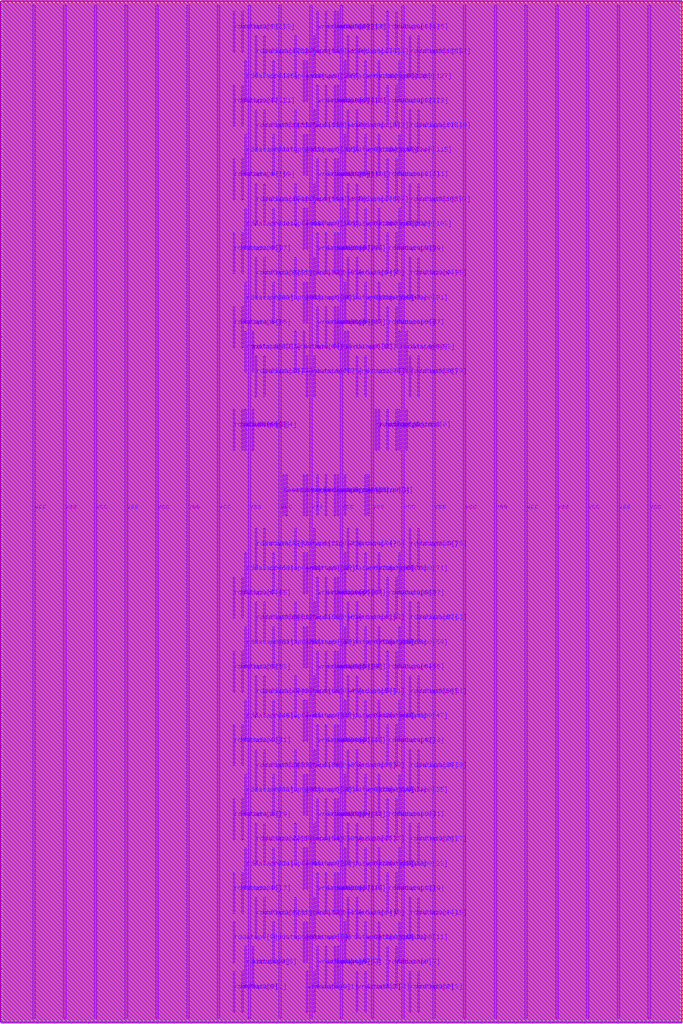
<source format=lef>
VERSION 5.8 ;
BUSBITCHARS "[]" ;
DIVIDERCHAR "/" ;

UNITS
  DATABASE MICRONS 4000 ;
END UNITS

MANUFACTURINGGRID 0.0005 ;

MACRO arf132b032e1r1w0cbbehbaa4acw
  CLASS BLOCK ;
  ORIGIN 0 0 ;
  FOREIGN arf132b032e1r1w0cbbehbaa4acw 0 0 ;
  SIZE 19.8 BY 29.76 ;
  PIN ckrdp0
    DIRECTION INPUT ;
    USE SIGNAL ;
    PORT
      LAYER m7 ;
        RECT 10.884 16.68 10.928 17.88 ;
    END
  END ckrdp0
  PIN ckwrp0
    DIRECTION INPUT ;
    USE SIGNAL ;
    PORT
      LAYER m7 ;
        RECT 8.184 14.76 8.228 15.96 ;
    END
  END ckwrp0
  PIN rdaddrp0[0]
    DIRECTION INPUT ;
    USE SIGNAL ;
    PORT
      LAYER m7 ;
        RECT 11.784 16.68 11.828 17.88 ;
    END
  END rdaddrp0[0]
  PIN rdaddrp0[1]
    DIRECTION INPUT ;
    USE SIGNAL ;
    PORT
      LAYER m7 ;
        RECT 6.728 16.68 6.772 17.88 ;
    END
  END rdaddrp0[1]
  PIN rdaddrp0[2]
    DIRECTION INPUT ;
    USE SIGNAL ;
    PORT
      LAYER m7 ;
        RECT 6.984 16.68 7.028 17.88 ;
    END
  END rdaddrp0[2]
  PIN rdaddrp0[3]
    DIRECTION INPUT ;
    USE SIGNAL ;
    PORT
      LAYER m7 ;
        RECT 7.072 16.68 7.116 17.88 ;
    END
  END rdaddrp0[3]
  PIN rdaddrp0[4]
    DIRECTION INPUT ;
    USE SIGNAL ;
    PORT
      LAYER m7 ;
        RECT 7.284 16.68 7.328 17.88 ;
    END
  END rdaddrp0[4]
  PIN rdaddrp0_fd
    DIRECTION INPUT ;
    USE SIGNAL ;
    PORT
      LAYER m7 ;
        RECT 10.972 16.68 11.016 17.88 ;
    END
  END rdaddrp0_fd
  PIN rdaddrp0_rd
    DIRECTION INPUT ;
    USE SIGNAL ;
    PORT
      LAYER m7 ;
        RECT 11.228 16.68 11.272 17.88 ;
    END
  END rdaddrp0_rd
  PIN rddatap0[0]
    DIRECTION OUTPUT ;
    USE SIGNAL ;
    PORT
      LAYER m7 ;
        RECT 6.728 0.24 6.772 1.44 ;
    END
  END rddatap0[0]
  PIN rddatap0[100]
    DIRECTION OUTPUT ;
    USE SIGNAL ;
    PORT
      LAYER m7 ;
        RECT 7.884 22.56 7.928 23.76 ;
    END
  END rddatap0[100]
  PIN rddatap0[101]
    DIRECTION OUTPUT ;
    USE SIGNAL ;
    PORT
      LAYER m7 ;
        RECT 7.072 22.56 7.116 23.76 ;
    END
  END rddatap0[101]
  PIN rddatap0[102]
    DIRECTION OUTPUT ;
    USE SIGNAL ;
    PORT
      LAYER m7 ;
        RECT 10.972 22.56 11.016 23.76 ;
    END
  END rddatap0[102]
  PIN rddatap0[103]
    DIRECTION OUTPUT ;
    USE SIGNAL ;
    PORT
      LAYER m7 ;
        RECT 11.572 22.56 11.616 23.76 ;
    END
  END rddatap0[103]
  PIN rddatap0[104]
    DIRECTION OUTPUT ;
    USE SIGNAL ;
    PORT
      LAYER m7 ;
        RECT 7.372 23.28 7.416 24.48 ;
    END
  END rddatap0[104]
  PIN rddatap0[105]
    DIRECTION OUTPUT ;
    USE SIGNAL ;
    PORT
      LAYER m7 ;
        RECT 7.628 23.28 7.672 24.48 ;
    END
  END rddatap0[105]
  PIN rddatap0[106]
    DIRECTION OUTPUT ;
    USE SIGNAL ;
    PORT
      LAYER m7 ;
        RECT 11.872 23.28 11.916 24.48 ;
    END
  END rddatap0[106]
  PIN rddatap0[107]
    DIRECTION OUTPUT ;
    USE SIGNAL ;
    PORT
      LAYER m7 ;
        RECT 12.128 23.28 12.172 24.48 ;
    END
  END rddatap0[107]
  PIN rddatap0[108]
    DIRECTION OUTPUT ;
    USE SIGNAL ;
    PORT
      LAYER m7 ;
        RECT 6.728 24 6.772 25.2 ;
    END
  END rddatap0[108]
  PIN rddatap0[109]
    DIRECTION OUTPUT ;
    USE SIGNAL ;
    PORT
      LAYER m7 ;
        RECT 6.984 24 7.028 25.2 ;
    END
  END rddatap0[109]
  PIN rddatap0[10]
    DIRECTION OUTPUT ;
    USE SIGNAL ;
    PORT
      LAYER m7 ;
        RECT 10.972 1.68 11.016 2.88 ;
    END
  END rddatap0[10]
  PIN rddatap0[110]
    DIRECTION OUTPUT ;
    USE SIGNAL ;
    PORT
      LAYER m7 ;
        RECT 11.228 24 11.272 25.2 ;
    END
  END rddatap0[110]
  PIN rddatap0[111]
    DIRECTION OUTPUT ;
    USE SIGNAL ;
    PORT
      LAYER m7 ;
        RECT 11.484 24 11.528 25.2 ;
    END
  END rddatap0[111]
  PIN rddatap0[112]
    DIRECTION OUTPUT ;
    USE SIGNAL ;
    PORT
      LAYER m7 ;
        RECT 7.884 24.72 7.928 25.92 ;
    END
  END rddatap0[112]
  PIN rddatap0[113]
    DIRECTION OUTPUT ;
    USE SIGNAL ;
    PORT
      LAYER m7 ;
        RECT 7.072 24.72 7.116 25.92 ;
    END
  END rddatap0[113]
  PIN rddatap0[114]
    DIRECTION OUTPUT ;
    USE SIGNAL ;
    PORT
      LAYER m7 ;
        RECT 10.972 24.72 11.016 25.92 ;
    END
  END rddatap0[114]
  PIN rddatap0[115]
    DIRECTION OUTPUT ;
    USE SIGNAL ;
    PORT
      LAYER m7 ;
        RECT 11.572 24.72 11.616 25.92 ;
    END
  END rddatap0[115]
  PIN rddatap0[116]
    DIRECTION OUTPUT ;
    USE SIGNAL ;
    PORT
      LAYER m7 ;
        RECT 7.372 25.44 7.416 26.64 ;
    END
  END rddatap0[116]
  PIN rddatap0[117]
    DIRECTION OUTPUT ;
    USE SIGNAL ;
    PORT
      LAYER m7 ;
        RECT 7.628 25.44 7.672 26.64 ;
    END
  END rddatap0[117]
  PIN rddatap0[118]
    DIRECTION OUTPUT ;
    USE SIGNAL ;
    PORT
      LAYER m7 ;
        RECT 11.872 25.44 11.916 26.64 ;
    END
  END rddatap0[118]
  PIN rddatap0[119]
    DIRECTION OUTPUT ;
    USE SIGNAL ;
    PORT
      LAYER m7 ;
        RECT 12.128 25.44 12.172 26.64 ;
    END
  END rddatap0[119]
  PIN rddatap0[11]
    DIRECTION OUTPUT ;
    USE SIGNAL ;
    PORT
      LAYER m7 ;
        RECT 11.572 1.68 11.616 2.88 ;
    END
  END rddatap0[11]
  PIN rddatap0[120]
    DIRECTION OUTPUT ;
    USE SIGNAL ;
    PORT
      LAYER m7 ;
        RECT 6.728 26.16 6.772 27.36 ;
    END
  END rddatap0[120]
  PIN rddatap0[121]
    DIRECTION OUTPUT ;
    USE SIGNAL ;
    PORT
      LAYER m7 ;
        RECT 6.984 26.16 7.028 27.36 ;
    END
  END rddatap0[121]
  PIN rddatap0[122]
    DIRECTION OUTPUT ;
    USE SIGNAL ;
    PORT
      LAYER m7 ;
        RECT 11.228 26.16 11.272 27.36 ;
    END
  END rddatap0[122]
  PIN rddatap0[123]
    DIRECTION OUTPUT ;
    USE SIGNAL ;
    PORT
      LAYER m7 ;
        RECT 11.484 26.16 11.528 27.36 ;
    END
  END rddatap0[123]
  PIN rddatap0[124]
    DIRECTION OUTPUT ;
    USE SIGNAL ;
    PORT
      LAYER m7 ;
        RECT 7.884 26.88 7.928 28.08 ;
    END
  END rddatap0[124]
  PIN rddatap0[125]
    DIRECTION OUTPUT ;
    USE SIGNAL ;
    PORT
      LAYER m7 ;
        RECT 7.072 26.88 7.116 28.08 ;
    END
  END rddatap0[125]
  PIN rddatap0[126]
    DIRECTION OUTPUT ;
    USE SIGNAL ;
    PORT
      LAYER m7 ;
        RECT 10.972 26.88 11.016 28.08 ;
    END
  END rddatap0[126]
  PIN rddatap0[127]
    DIRECTION OUTPUT ;
    USE SIGNAL ;
    PORT
      LAYER m7 ;
        RECT 11.572 26.88 11.616 28.08 ;
    END
  END rddatap0[127]
  PIN rddatap0[128]
    DIRECTION OUTPUT ;
    USE SIGNAL ;
    PORT
      LAYER m7 ;
        RECT 7.372 27.6 7.416 28.8 ;
    END
  END rddatap0[128]
  PIN rddatap0[129]
    DIRECTION OUTPUT ;
    USE SIGNAL ;
    PORT
      LAYER m7 ;
        RECT 7.628 27.6 7.672 28.8 ;
    END
  END rddatap0[129]
  PIN rddatap0[12]
    DIRECTION OUTPUT ;
    USE SIGNAL ;
    PORT
      LAYER m7 ;
        RECT 7.372 2.4 7.416 3.6 ;
    END
  END rddatap0[12]
  PIN rddatap0[130]
    DIRECTION OUTPUT ;
    USE SIGNAL ;
    PORT
      LAYER m7 ;
        RECT 11.872 27.6 11.916 28.8 ;
    END
  END rddatap0[130]
  PIN rddatap0[131]
    DIRECTION OUTPUT ;
    USE SIGNAL ;
    PORT
      LAYER m7 ;
        RECT 12.128 27.6 12.172 28.8 ;
    END
  END rddatap0[131]
  PIN rddatap0[132]
    DIRECTION OUTPUT ;
    USE SIGNAL ;
    PORT
      LAYER m7 ;
        RECT 6.728 28.32 6.772 29.52 ;
    END
  END rddatap0[132]
  PIN rddatap0[133]
    DIRECTION OUTPUT ;
    USE SIGNAL ;
    PORT
      LAYER m7 ;
        RECT 6.984 28.32 7.028 29.52 ;
    END
  END rddatap0[133]
  PIN rddatap0[134]
    DIRECTION OUTPUT ;
    USE SIGNAL ;
    PORT
      LAYER m7 ;
        RECT 11.228 28.32 11.272 29.52 ;
    END
  END rddatap0[134]
  PIN rddatap0[135]
    DIRECTION OUTPUT ;
    USE SIGNAL ;
    PORT
      LAYER m7 ;
        RECT 11.484 28.32 11.528 29.52 ;
    END
  END rddatap0[135]
  PIN rddatap0[13]
    DIRECTION OUTPUT ;
    USE SIGNAL ;
    PORT
      LAYER m7 ;
        RECT 7.628 2.4 7.672 3.6 ;
    END
  END rddatap0[13]
  PIN rddatap0[14]
    DIRECTION OUTPUT ;
    USE SIGNAL ;
    PORT
      LAYER m7 ;
        RECT 11.872 2.4 11.916 3.6 ;
    END
  END rddatap0[14]
  PIN rddatap0[15]
    DIRECTION OUTPUT ;
    USE SIGNAL ;
    PORT
      LAYER m7 ;
        RECT 12.128 2.4 12.172 3.6 ;
    END
  END rddatap0[15]
  PIN rddatap0[16]
    DIRECTION OUTPUT ;
    USE SIGNAL ;
    PORT
      LAYER m7 ;
        RECT 6.728 3.12 6.772 4.32 ;
    END
  END rddatap0[16]
  PIN rddatap0[17]
    DIRECTION OUTPUT ;
    USE SIGNAL ;
    PORT
      LAYER m7 ;
        RECT 6.984 3.12 7.028 4.32 ;
    END
  END rddatap0[17]
  PIN rddatap0[18]
    DIRECTION OUTPUT ;
    USE SIGNAL ;
    PORT
      LAYER m7 ;
        RECT 11.228 3.12 11.272 4.32 ;
    END
  END rddatap0[18]
  PIN rddatap0[19]
    DIRECTION OUTPUT ;
    USE SIGNAL ;
    PORT
      LAYER m7 ;
        RECT 11.484 3.12 11.528 4.32 ;
    END
  END rddatap0[19]
  PIN rddatap0[1]
    DIRECTION OUTPUT ;
    USE SIGNAL ;
    PORT
      LAYER m7 ;
        RECT 6.984 0.24 7.028 1.44 ;
    END
  END rddatap0[1]
  PIN rddatap0[20]
    DIRECTION OUTPUT ;
    USE SIGNAL ;
    PORT
      LAYER m7 ;
        RECT 7.884 3.84 7.928 5.04 ;
    END
  END rddatap0[20]
  PIN rddatap0[21]
    DIRECTION OUTPUT ;
    USE SIGNAL ;
    PORT
      LAYER m7 ;
        RECT 7.072 3.84 7.116 5.04 ;
    END
  END rddatap0[21]
  PIN rddatap0[22]
    DIRECTION OUTPUT ;
    USE SIGNAL ;
    PORT
      LAYER m7 ;
        RECT 10.972 3.84 11.016 5.04 ;
    END
  END rddatap0[22]
  PIN rddatap0[23]
    DIRECTION OUTPUT ;
    USE SIGNAL ;
    PORT
      LAYER m7 ;
        RECT 11.572 3.84 11.616 5.04 ;
    END
  END rddatap0[23]
  PIN rddatap0[24]
    DIRECTION OUTPUT ;
    USE SIGNAL ;
    PORT
      LAYER m7 ;
        RECT 7.372 4.56 7.416 5.76 ;
    END
  END rddatap0[24]
  PIN rddatap0[25]
    DIRECTION OUTPUT ;
    USE SIGNAL ;
    PORT
      LAYER m7 ;
        RECT 7.628 4.56 7.672 5.76 ;
    END
  END rddatap0[25]
  PIN rddatap0[26]
    DIRECTION OUTPUT ;
    USE SIGNAL ;
    PORT
      LAYER m7 ;
        RECT 11.872 4.56 11.916 5.76 ;
    END
  END rddatap0[26]
  PIN rddatap0[27]
    DIRECTION OUTPUT ;
    USE SIGNAL ;
    PORT
      LAYER m7 ;
        RECT 12.128 4.56 12.172 5.76 ;
    END
  END rddatap0[27]
  PIN rddatap0[28]
    DIRECTION OUTPUT ;
    USE SIGNAL ;
    PORT
      LAYER m7 ;
        RECT 6.728 5.28 6.772 6.48 ;
    END
  END rddatap0[28]
  PIN rddatap0[29]
    DIRECTION OUTPUT ;
    USE SIGNAL ;
    PORT
      LAYER m7 ;
        RECT 6.984 5.28 7.028 6.48 ;
    END
  END rddatap0[29]
  PIN rddatap0[2]
    DIRECTION OUTPUT ;
    USE SIGNAL ;
    PORT
      LAYER m7 ;
        RECT 11.872 0.24 11.916 1.44 ;
    END
  END rddatap0[2]
  PIN rddatap0[30]
    DIRECTION OUTPUT ;
    USE SIGNAL ;
    PORT
      LAYER m7 ;
        RECT 11.228 5.28 11.272 6.48 ;
    END
  END rddatap0[30]
  PIN rddatap0[31]
    DIRECTION OUTPUT ;
    USE SIGNAL ;
    PORT
      LAYER m7 ;
        RECT 11.484 5.28 11.528 6.48 ;
    END
  END rddatap0[31]
  PIN rddatap0[32]
    DIRECTION OUTPUT ;
    USE SIGNAL ;
    PORT
      LAYER m7 ;
        RECT 7.884 6 7.928 7.2 ;
    END
  END rddatap0[32]
  PIN rddatap0[33]
    DIRECTION OUTPUT ;
    USE SIGNAL ;
    PORT
      LAYER m7 ;
        RECT 7.072 6 7.116 7.2 ;
    END
  END rddatap0[33]
  PIN rddatap0[34]
    DIRECTION OUTPUT ;
    USE SIGNAL ;
    PORT
      LAYER m7 ;
        RECT 10.972 6 11.016 7.2 ;
    END
  END rddatap0[34]
  PIN rddatap0[35]
    DIRECTION OUTPUT ;
    USE SIGNAL ;
    PORT
      LAYER m7 ;
        RECT 11.572 6 11.616 7.2 ;
    END
  END rddatap0[35]
  PIN rddatap0[36]
    DIRECTION OUTPUT ;
    USE SIGNAL ;
    PORT
      LAYER m7 ;
        RECT 7.372 6.72 7.416 7.92 ;
    END
  END rddatap0[36]
  PIN rddatap0[37]
    DIRECTION OUTPUT ;
    USE SIGNAL ;
    PORT
      LAYER m7 ;
        RECT 7.628 6.72 7.672 7.92 ;
    END
  END rddatap0[37]
  PIN rddatap0[38]
    DIRECTION OUTPUT ;
    USE SIGNAL ;
    PORT
      LAYER m7 ;
        RECT 11.872 6.72 11.916 7.92 ;
    END
  END rddatap0[38]
  PIN rddatap0[39]
    DIRECTION OUTPUT ;
    USE SIGNAL ;
    PORT
      LAYER m7 ;
        RECT 12.128 6.72 12.172 7.92 ;
    END
  END rddatap0[39]
  PIN rddatap0[3]
    DIRECTION OUTPUT ;
    USE SIGNAL ;
    PORT
      LAYER m7 ;
        RECT 12.128 0.24 12.172 1.44 ;
    END
  END rddatap0[3]
  PIN rddatap0[40]
    DIRECTION OUTPUT ;
    USE SIGNAL ;
    PORT
      LAYER m7 ;
        RECT 6.728 7.44 6.772 8.64 ;
    END
  END rddatap0[40]
  PIN rddatap0[41]
    DIRECTION OUTPUT ;
    USE SIGNAL ;
    PORT
      LAYER m7 ;
        RECT 6.984 7.44 7.028 8.64 ;
    END
  END rddatap0[41]
  PIN rddatap0[42]
    DIRECTION OUTPUT ;
    USE SIGNAL ;
    PORT
      LAYER m7 ;
        RECT 11.228 7.44 11.272 8.64 ;
    END
  END rddatap0[42]
  PIN rddatap0[43]
    DIRECTION OUTPUT ;
    USE SIGNAL ;
    PORT
      LAYER m7 ;
        RECT 11.484 7.44 11.528 8.64 ;
    END
  END rddatap0[43]
  PIN rddatap0[44]
    DIRECTION OUTPUT ;
    USE SIGNAL ;
    PORT
      LAYER m7 ;
        RECT 7.884 8.16 7.928 9.36 ;
    END
  END rddatap0[44]
  PIN rddatap0[45]
    DIRECTION OUTPUT ;
    USE SIGNAL ;
    PORT
      LAYER m7 ;
        RECT 7.072 8.16 7.116 9.36 ;
    END
  END rddatap0[45]
  PIN rddatap0[46]
    DIRECTION OUTPUT ;
    USE SIGNAL ;
    PORT
      LAYER m7 ;
        RECT 10.972 8.16 11.016 9.36 ;
    END
  END rddatap0[46]
  PIN rddatap0[47]
    DIRECTION OUTPUT ;
    USE SIGNAL ;
    PORT
      LAYER m7 ;
        RECT 11.572 8.16 11.616 9.36 ;
    END
  END rddatap0[47]
  PIN rddatap0[48]
    DIRECTION OUTPUT ;
    USE SIGNAL ;
    PORT
      LAYER m7 ;
        RECT 7.372 8.88 7.416 10.08 ;
    END
  END rddatap0[48]
  PIN rddatap0[49]
    DIRECTION OUTPUT ;
    USE SIGNAL ;
    PORT
      LAYER m7 ;
        RECT 7.628 8.88 7.672 10.08 ;
    END
  END rddatap0[49]
  PIN rddatap0[4]
    DIRECTION OUTPUT ;
    USE SIGNAL ;
    PORT
      LAYER m7 ;
        RECT 7.072 0.96 7.116 2.16 ;
    END
  END rddatap0[4]
  PIN rddatap0[50]
    DIRECTION OUTPUT ;
    USE SIGNAL ;
    PORT
      LAYER m7 ;
        RECT 11.872 8.88 11.916 10.08 ;
    END
  END rddatap0[50]
  PIN rddatap0[51]
    DIRECTION OUTPUT ;
    USE SIGNAL ;
    PORT
      LAYER m7 ;
        RECT 12.128 8.88 12.172 10.08 ;
    END
  END rddatap0[51]
  PIN rddatap0[52]
    DIRECTION OUTPUT ;
    USE SIGNAL ;
    PORT
      LAYER m7 ;
        RECT 6.728 9.6 6.772 10.8 ;
    END
  END rddatap0[52]
  PIN rddatap0[53]
    DIRECTION OUTPUT ;
    USE SIGNAL ;
    PORT
      LAYER m7 ;
        RECT 6.984 9.6 7.028 10.8 ;
    END
  END rddatap0[53]
  PIN rddatap0[54]
    DIRECTION OUTPUT ;
    USE SIGNAL ;
    PORT
      LAYER m7 ;
        RECT 11.228 9.6 11.272 10.8 ;
    END
  END rddatap0[54]
  PIN rddatap0[55]
    DIRECTION OUTPUT ;
    USE SIGNAL ;
    PORT
      LAYER m7 ;
        RECT 11.484 9.6 11.528 10.8 ;
    END
  END rddatap0[55]
  PIN rddatap0[56]
    DIRECTION OUTPUT ;
    USE SIGNAL ;
    PORT
      LAYER m7 ;
        RECT 7.884 10.32 7.928 11.52 ;
    END
  END rddatap0[56]
  PIN rddatap0[57]
    DIRECTION OUTPUT ;
    USE SIGNAL ;
    PORT
      LAYER m7 ;
        RECT 7.072 10.32 7.116 11.52 ;
    END
  END rddatap0[57]
  PIN rddatap0[58]
    DIRECTION OUTPUT ;
    USE SIGNAL ;
    PORT
      LAYER m7 ;
        RECT 10.972 10.32 11.016 11.52 ;
    END
  END rddatap0[58]
  PIN rddatap0[59]
    DIRECTION OUTPUT ;
    USE SIGNAL ;
    PORT
      LAYER m7 ;
        RECT 11.572 10.32 11.616 11.52 ;
    END
  END rddatap0[59]
  PIN rddatap0[5]
    DIRECTION OUTPUT ;
    USE SIGNAL ;
    PORT
      LAYER m7 ;
        RECT 7.284 0.96 7.328 2.16 ;
    END
  END rddatap0[5]
  PIN rddatap0[60]
    DIRECTION OUTPUT ;
    USE SIGNAL ;
    PORT
      LAYER m7 ;
        RECT 7.372 11.04 7.416 12.24 ;
    END
  END rddatap0[60]
  PIN rddatap0[61]
    DIRECTION OUTPUT ;
    USE SIGNAL ;
    PORT
      LAYER m7 ;
        RECT 7.628 11.04 7.672 12.24 ;
    END
  END rddatap0[61]
  PIN rddatap0[62]
    DIRECTION OUTPUT ;
    USE SIGNAL ;
    PORT
      LAYER m7 ;
        RECT 11.872 11.04 11.916 12.24 ;
    END
  END rddatap0[62]
  PIN rddatap0[63]
    DIRECTION OUTPUT ;
    USE SIGNAL ;
    PORT
      LAYER m7 ;
        RECT 12.128 11.04 12.172 12.24 ;
    END
  END rddatap0[63]
  PIN rddatap0[64]
    DIRECTION OUTPUT ;
    USE SIGNAL ;
    PORT
      LAYER m7 ;
        RECT 6.728 11.76 6.772 12.96 ;
    END
  END rddatap0[64]
  PIN rddatap0[65]
    DIRECTION OUTPUT ;
    USE SIGNAL ;
    PORT
      LAYER m7 ;
        RECT 6.984 11.76 7.028 12.96 ;
    END
  END rddatap0[65]
  PIN rddatap0[66]
    DIRECTION OUTPUT ;
    USE SIGNAL ;
    PORT
      LAYER m7 ;
        RECT 11.228 11.76 11.272 12.96 ;
    END
  END rddatap0[66]
  PIN rddatap0[67]
    DIRECTION OUTPUT ;
    USE SIGNAL ;
    PORT
      LAYER m7 ;
        RECT 11.484 11.76 11.528 12.96 ;
    END
  END rddatap0[67]
  PIN rddatap0[68]
    DIRECTION OUTPUT ;
    USE SIGNAL ;
    PORT
      LAYER m7 ;
        RECT 7.884 12.48 7.928 13.68 ;
    END
  END rddatap0[68]
  PIN rddatap0[69]
    DIRECTION OUTPUT ;
    USE SIGNAL ;
    PORT
      LAYER m7 ;
        RECT 7.072 12.48 7.116 13.68 ;
    END
  END rddatap0[69]
  PIN rddatap0[6]
    DIRECTION OUTPUT ;
    USE SIGNAL ;
    PORT
      LAYER m7 ;
        RECT 11.228 0.96 11.272 2.16 ;
    END
  END rddatap0[6]
  PIN rddatap0[70]
    DIRECTION OUTPUT ;
    USE SIGNAL ;
    PORT
      LAYER m7 ;
        RECT 10.972 12.48 11.016 13.68 ;
    END
  END rddatap0[70]
  PIN rddatap0[71]
    DIRECTION OUTPUT ;
    USE SIGNAL ;
    PORT
      LAYER m7 ;
        RECT 11.572 12.48 11.616 13.68 ;
    END
  END rddatap0[71]
  PIN rddatap0[72]
    DIRECTION OUTPUT ;
    USE SIGNAL ;
    PORT
      LAYER m7 ;
        RECT 7.372 13.2 7.416 14.4 ;
    END
  END rddatap0[72]
  PIN rddatap0[73]
    DIRECTION OUTPUT ;
    USE SIGNAL ;
    PORT
      LAYER m7 ;
        RECT 7.628 13.2 7.672 14.4 ;
    END
  END rddatap0[73]
  PIN rddatap0[74]
    DIRECTION OUTPUT ;
    USE SIGNAL ;
    PORT
      LAYER m7 ;
        RECT 11.872 13.2 11.916 14.4 ;
    END
  END rddatap0[74]
  PIN rddatap0[75]
    DIRECTION OUTPUT ;
    USE SIGNAL ;
    PORT
      LAYER m7 ;
        RECT 12.128 13.2 12.172 14.4 ;
    END
  END rddatap0[75]
  PIN rddatap0[76]
    DIRECTION OUTPUT ;
    USE SIGNAL ;
    PORT
      LAYER m7 ;
        RECT 7.372 18.24 7.416 19.44 ;
    END
  END rddatap0[76]
  PIN rddatap0[77]
    DIRECTION OUTPUT ;
    USE SIGNAL ;
    PORT
      LAYER m7 ;
        RECT 7.628 18.24 7.672 19.44 ;
    END
  END rddatap0[77]
  PIN rddatap0[78]
    DIRECTION OUTPUT ;
    USE SIGNAL ;
    PORT
      LAYER m7 ;
        RECT 11.872 18.24 11.916 19.44 ;
    END
  END rddatap0[78]
  PIN rddatap0[79]
    DIRECTION OUTPUT ;
    USE SIGNAL ;
    PORT
      LAYER m7 ;
        RECT 12.128 18.24 12.172 19.44 ;
    END
  END rddatap0[79]
  PIN rddatap0[7]
    DIRECTION OUTPUT ;
    USE SIGNAL ;
    PORT
      LAYER m7 ;
        RECT 11.484 0.96 11.528 2.16 ;
    END
  END rddatap0[7]
  PIN rddatap0[80]
    DIRECTION OUTPUT ;
    USE SIGNAL ;
    PORT
      LAYER m7 ;
        RECT 7.072 18.96 7.116 20.16 ;
    END
  END rddatap0[80]
  PIN rddatap0[81]
    DIRECTION OUTPUT ;
    USE SIGNAL ;
    PORT
      LAYER m7 ;
        RECT 7.284 18.96 7.328 20.16 ;
    END
  END rddatap0[81]
  PIN rddatap0[82]
    DIRECTION OUTPUT ;
    USE SIGNAL ;
    PORT
      LAYER m7 ;
        RECT 11.572 18.96 11.616 20.16 ;
    END
  END rddatap0[82]
  PIN rddatap0[83]
    DIRECTION OUTPUT ;
    USE SIGNAL ;
    PORT
      LAYER m7 ;
        RECT 11.784 18.96 11.828 20.16 ;
    END
  END rddatap0[83]
  PIN rddatap0[84]
    DIRECTION OUTPUT ;
    USE SIGNAL ;
    PORT
      LAYER m7 ;
        RECT 6.728 19.68 6.772 20.88 ;
    END
  END rddatap0[84]
  PIN rddatap0[85]
    DIRECTION OUTPUT ;
    USE SIGNAL ;
    PORT
      LAYER m7 ;
        RECT 6.984 19.68 7.028 20.88 ;
    END
  END rddatap0[85]
  PIN rddatap0[86]
    DIRECTION OUTPUT ;
    USE SIGNAL ;
    PORT
      LAYER m7 ;
        RECT 11.228 19.68 11.272 20.88 ;
    END
  END rddatap0[86]
  PIN rddatap0[87]
    DIRECTION OUTPUT ;
    USE SIGNAL ;
    PORT
      LAYER m7 ;
        RECT 11.484 19.68 11.528 20.88 ;
    END
  END rddatap0[87]
  PIN rddatap0[88]
    DIRECTION OUTPUT ;
    USE SIGNAL ;
    PORT
      LAYER m7 ;
        RECT 7.884 20.4 7.928 21.6 ;
    END
  END rddatap0[88]
  PIN rddatap0[89]
    DIRECTION OUTPUT ;
    USE SIGNAL ;
    PORT
      LAYER m7 ;
        RECT 7.072 20.4 7.116 21.6 ;
    END
  END rddatap0[89]
  PIN rddatap0[8]
    DIRECTION OUTPUT ;
    USE SIGNAL ;
    PORT
      LAYER m7 ;
        RECT 7.884 1.68 7.928 2.88 ;
    END
  END rddatap0[8]
  PIN rddatap0[90]
    DIRECTION OUTPUT ;
    USE SIGNAL ;
    PORT
      LAYER m7 ;
        RECT 10.972 20.4 11.016 21.6 ;
    END
  END rddatap0[90]
  PIN rddatap0[91]
    DIRECTION OUTPUT ;
    USE SIGNAL ;
    PORT
      LAYER m7 ;
        RECT 11.572 20.4 11.616 21.6 ;
    END
  END rddatap0[91]
  PIN rddatap0[92]
    DIRECTION OUTPUT ;
    USE SIGNAL ;
    PORT
      LAYER m7 ;
        RECT 7.372 21.12 7.416 22.32 ;
    END
  END rddatap0[92]
  PIN rddatap0[93]
    DIRECTION OUTPUT ;
    USE SIGNAL ;
    PORT
      LAYER m7 ;
        RECT 7.628 21.12 7.672 22.32 ;
    END
  END rddatap0[93]
  PIN rddatap0[94]
    DIRECTION OUTPUT ;
    USE SIGNAL ;
    PORT
      LAYER m7 ;
        RECT 11.872 21.12 11.916 22.32 ;
    END
  END rddatap0[94]
  PIN rddatap0[95]
    DIRECTION OUTPUT ;
    USE SIGNAL ;
    PORT
      LAYER m7 ;
        RECT 12.128 21.12 12.172 22.32 ;
    END
  END rddatap0[95]
  PIN rddatap0[96]
    DIRECTION OUTPUT ;
    USE SIGNAL ;
    PORT
      LAYER m7 ;
        RECT 6.728 21.84 6.772 23.04 ;
    END
  END rddatap0[96]
  PIN rddatap0[97]
    DIRECTION OUTPUT ;
    USE SIGNAL ;
    PORT
      LAYER m7 ;
        RECT 6.984 21.84 7.028 23.04 ;
    END
  END rddatap0[97]
  PIN rddatap0[98]
    DIRECTION OUTPUT ;
    USE SIGNAL ;
    PORT
      LAYER m7 ;
        RECT 11.228 21.84 11.272 23.04 ;
    END
  END rddatap0[98]
  PIN rddatap0[99]
    DIRECTION OUTPUT ;
    USE SIGNAL ;
    PORT
      LAYER m7 ;
        RECT 11.484 21.84 11.528 23.04 ;
    END
  END rddatap0[99]
  PIN rddatap0[9]
    DIRECTION OUTPUT ;
    USE SIGNAL ;
    PORT
      LAYER m7 ;
        RECT 6.728 1.68 6.772 2.88 ;
    END
  END rddatap0[9]
  PIN rdenp0
    DIRECTION INPUT ;
    USE SIGNAL ;
    PORT
      LAYER m7 ;
        RECT 11.484 16.68 11.528 17.88 ;
    END
  END rdenp0
  PIN sdl_initp0
    DIRECTION INPUT ;
    USE SIGNAL ;
    PORT
      LAYER m7 ;
        RECT 11.572 16.68 11.616 17.88 ;
    END
  END sdl_initp0
  PIN vcc
    DIRECTION INPUT ;
    USE POWER ;
    PORT
      LAYER m7 ;
        RECT 18.862 0.06 18.938 29.7 ;
    END
    PORT
      LAYER m7 ;
        RECT 17.062 0.06 17.138 29.7 ;
    END
    PORT
      LAYER m7 ;
        RECT 15.262 0.06 15.338 29.7 ;
    END
    PORT
      LAYER m7 ;
        RECT 13.462 0.06 13.538 29.7 ;
    END
    PORT
      LAYER m7 ;
        RECT 11.662 0.06 11.738 29.7 ;
    END
    PORT
      LAYER m7 ;
        RECT 9.862 0.06 9.938 29.7 ;
    END
    PORT
      LAYER m7 ;
        RECT 8.062 0.06 8.138 29.7 ;
    END
    PORT
      LAYER m7 ;
        RECT 6.262 0.06 6.338 29.7 ;
    END
    PORT
      LAYER m7 ;
        RECT 4.462 0.06 4.538 29.7 ;
    END
    PORT
      LAYER m7 ;
        RECT 2.662 0.06 2.738 29.7 ;
    END
    PORT
      LAYER m7 ;
        RECT 0.862 0.06 0.938 29.7 ;
    END
  END vcc
  PIN vss
    DIRECTION INOUT ;
    USE GROUND ;
    PORT
      LAYER m7 ;
        RECT 17.962 0.06 18.038 29.7 ;
    END
    PORT
      LAYER m7 ;
        RECT 16.162 0.06 16.238 29.7 ;
    END
    PORT
      LAYER m7 ;
        RECT 14.362 0.06 14.438 29.7 ;
    END
    PORT
      LAYER m7 ;
        RECT 12.562 0.06 12.638 29.7 ;
    END
    PORT
      LAYER m7 ;
        RECT 10.762 0.06 10.838 29.7 ;
    END
    PORT
      LAYER m7 ;
        RECT 8.962 0.06 9.038 29.7 ;
    END
    PORT
      LAYER m7 ;
        RECT 7.162 0.06 7.238 29.7 ;
    END
    PORT
      LAYER m7 ;
        RECT 5.362 0.06 5.438 29.7 ;
    END
    PORT
      LAYER m7 ;
        RECT 3.562 0.06 3.638 29.7 ;
    END
    PORT
      LAYER m7 ;
        RECT 1.762 0.06 1.838 29.7 ;
    END
  END vss
  PIN wraddrp0[0]
    DIRECTION INPUT ;
    USE SIGNAL ;
    PORT
      LAYER m7 ;
        RECT 9.684 14.76 9.728 15.96 ;
    END
  END wraddrp0[0]
  PIN wraddrp0[1]
    DIRECTION INPUT ;
    USE SIGNAL ;
    PORT
      LAYER m7 ;
        RECT 9.772 14.76 9.816 15.96 ;
    END
  END wraddrp0[1]
  PIN wraddrp0[2]
    DIRECTION INPUT ;
    USE SIGNAL ;
    PORT
      LAYER m7 ;
        RECT 9.984 14.76 10.028 15.96 ;
    END
  END wraddrp0[2]
  PIN wraddrp0[3]
    DIRECTION INPUT ;
    USE SIGNAL ;
    PORT
      LAYER m7 ;
        RECT 10.584 14.76 10.628 15.96 ;
    END
  END wraddrp0[3]
  PIN wraddrp0[4]
    DIRECTION INPUT ;
    USE SIGNAL ;
    PORT
      LAYER m7 ;
        RECT 10.672 14.76 10.716 15.96 ;
    END
  END wraddrp0[4]
  PIN wraddrp0_fd
    DIRECTION INPUT ;
    USE SIGNAL ;
    PORT
      LAYER m7 ;
        RECT 8.272 14.76 8.316 15.96 ;
    END
  END wraddrp0_fd
  PIN wraddrp0_rd
    DIRECTION INPUT ;
    USE SIGNAL ;
    PORT
      LAYER m7 ;
        RECT 8.784 14.76 8.828 15.96 ;
    END
  END wraddrp0_rd
  PIN wrdatap0[0]
    DIRECTION INPUT ;
    USE SIGNAL ;
    PORT
      LAYER m7 ;
        RECT 8.872 0.24 8.916 1.44 ;
    END
  END wrdatap0[0]
  PIN wrdatap0[100]
    DIRECTION INPUT ;
    USE SIGNAL ;
    PORT
      LAYER m7 ;
        RECT 8.784 22.56 8.828 23.76 ;
    END
  END wrdatap0[100]
  PIN wrdatap0[101]
    DIRECTION INPUT ;
    USE SIGNAL ;
    PORT
      LAYER m7 ;
        RECT 8.872 22.56 8.916 23.76 ;
    END
  END wrdatap0[101]
  PIN wrdatap0[102]
    DIRECTION INPUT ;
    USE SIGNAL ;
    PORT
      LAYER m7 ;
        RECT 10.584 22.56 10.628 23.76 ;
    END
  END wrdatap0[102]
  PIN wrdatap0[103]
    DIRECTION INPUT ;
    USE SIGNAL ;
    PORT
      LAYER m7 ;
        RECT 9.984 22.56 10.028 23.76 ;
    END
  END wrdatap0[103]
  PIN wrdatap0[104]
    DIRECTION INPUT ;
    USE SIGNAL ;
    PORT
      LAYER m7 ;
        RECT 8.528 23.28 8.572 24.48 ;
    END
  END wrdatap0[104]
  PIN wrdatap0[105]
    DIRECTION INPUT ;
    USE SIGNAL ;
    PORT
      LAYER m7 ;
        RECT 9.084 23.28 9.128 24.48 ;
    END
  END wrdatap0[105]
  PIN wrdatap0[106]
    DIRECTION INPUT ;
    USE SIGNAL ;
    PORT
      LAYER m7 ;
        RECT 10.072 23.28 10.116 24.48 ;
    END
  END wrdatap0[106]
  PIN wrdatap0[107]
    DIRECTION INPUT ;
    USE SIGNAL ;
    PORT
      LAYER m7 ;
        RECT 10.328 23.28 10.372 24.48 ;
    END
  END wrdatap0[107]
  PIN wrdatap0[108]
    DIRECTION INPUT ;
    USE SIGNAL ;
    PORT
      LAYER m7 ;
        RECT 9.172 24 9.216 25.2 ;
    END
  END wrdatap0[108]
  PIN wrdatap0[109]
    DIRECTION INPUT ;
    USE SIGNAL ;
    PORT
      LAYER m7 ;
        RECT 9.428 24 9.472 25.2 ;
    END
  END wrdatap0[109]
  PIN wrdatap0[10]
    DIRECTION INPUT ;
    USE SIGNAL ;
    PORT
      LAYER m7 ;
        RECT 10.584 1.68 10.628 2.88 ;
    END
  END wrdatap0[10]
  PIN wrdatap0[110]
    DIRECTION INPUT ;
    USE SIGNAL ;
    PORT
      LAYER m7 ;
        RECT 9.684 24 9.728 25.2 ;
    END
  END wrdatap0[110]
  PIN wrdatap0[111]
    DIRECTION INPUT ;
    USE SIGNAL ;
    PORT
      LAYER m7 ;
        RECT 9.772 24 9.816 25.2 ;
    END
  END wrdatap0[111]
  PIN wrdatap0[112]
    DIRECTION INPUT ;
    USE SIGNAL ;
    PORT
      LAYER m7 ;
        RECT 8.784 24.72 8.828 25.92 ;
    END
  END wrdatap0[112]
  PIN wrdatap0[113]
    DIRECTION INPUT ;
    USE SIGNAL ;
    PORT
      LAYER m7 ;
        RECT 8.872 24.72 8.916 25.92 ;
    END
  END wrdatap0[113]
  PIN wrdatap0[114]
    DIRECTION INPUT ;
    USE SIGNAL ;
    PORT
      LAYER m7 ;
        RECT 10.584 24.72 10.628 25.92 ;
    END
  END wrdatap0[114]
  PIN wrdatap0[115]
    DIRECTION INPUT ;
    USE SIGNAL ;
    PORT
      LAYER m7 ;
        RECT 9.984 24.72 10.028 25.92 ;
    END
  END wrdatap0[115]
  PIN wrdatap0[116]
    DIRECTION INPUT ;
    USE SIGNAL ;
    PORT
      LAYER m7 ;
        RECT 8.528 25.44 8.572 26.64 ;
    END
  END wrdatap0[116]
  PIN wrdatap0[117]
    DIRECTION INPUT ;
    USE SIGNAL ;
    PORT
      LAYER m7 ;
        RECT 9.084 25.44 9.128 26.64 ;
    END
  END wrdatap0[117]
  PIN wrdatap0[118]
    DIRECTION INPUT ;
    USE SIGNAL ;
    PORT
      LAYER m7 ;
        RECT 10.072 25.44 10.116 26.64 ;
    END
  END wrdatap0[118]
  PIN wrdatap0[119]
    DIRECTION INPUT ;
    USE SIGNAL ;
    PORT
      LAYER m7 ;
        RECT 10.328 25.44 10.372 26.64 ;
    END
  END wrdatap0[119]
  PIN wrdatap0[11]
    DIRECTION INPUT ;
    USE SIGNAL ;
    PORT
      LAYER m7 ;
        RECT 9.984 1.68 10.028 2.88 ;
    END
  END wrdatap0[11]
  PIN wrdatap0[120]
    DIRECTION INPUT ;
    USE SIGNAL ;
    PORT
      LAYER m7 ;
        RECT 9.172 26.16 9.216 27.36 ;
    END
  END wrdatap0[120]
  PIN wrdatap0[121]
    DIRECTION INPUT ;
    USE SIGNAL ;
    PORT
      LAYER m7 ;
        RECT 9.428 26.16 9.472 27.36 ;
    END
  END wrdatap0[121]
  PIN wrdatap0[122]
    DIRECTION INPUT ;
    USE SIGNAL ;
    PORT
      LAYER m7 ;
        RECT 9.684 26.16 9.728 27.36 ;
    END
  END wrdatap0[122]
  PIN wrdatap0[123]
    DIRECTION INPUT ;
    USE SIGNAL ;
    PORT
      LAYER m7 ;
        RECT 9.772 26.16 9.816 27.36 ;
    END
  END wrdatap0[123]
  PIN wrdatap0[124]
    DIRECTION INPUT ;
    USE SIGNAL ;
    PORT
      LAYER m7 ;
        RECT 8.784 26.88 8.828 28.08 ;
    END
  END wrdatap0[124]
  PIN wrdatap0[125]
    DIRECTION INPUT ;
    USE SIGNAL ;
    PORT
      LAYER m7 ;
        RECT 8.872 26.88 8.916 28.08 ;
    END
  END wrdatap0[125]
  PIN wrdatap0[126]
    DIRECTION INPUT ;
    USE SIGNAL ;
    PORT
      LAYER m7 ;
        RECT 10.584 26.88 10.628 28.08 ;
    END
  END wrdatap0[126]
  PIN wrdatap0[127]
    DIRECTION INPUT ;
    USE SIGNAL ;
    PORT
      LAYER m7 ;
        RECT 9.984 26.88 10.028 28.08 ;
    END
  END wrdatap0[127]
  PIN wrdatap0[128]
    DIRECTION INPUT ;
    USE SIGNAL ;
    PORT
      LAYER m7 ;
        RECT 8.528 27.6 8.572 28.8 ;
    END
  END wrdatap0[128]
  PIN wrdatap0[129]
    DIRECTION INPUT ;
    USE SIGNAL ;
    PORT
      LAYER m7 ;
        RECT 9.084 27.6 9.128 28.8 ;
    END
  END wrdatap0[129]
  PIN wrdatap0[12]
    DIRECTION INPUT ;
    USE SIGNAL ;
    PORT
      LAYER m7 ;
        RECT 8.528 2.4 8.572 3.6 ;
    END
  END wrdatap0[12]
  PIN wrdatap0[130]
    DIRECTION INPUT ;
    USE SIGNAL ;
    PORT
      LAYER m7 ;
        RECT 10.072 27.6 10.116 28.8 ;
    END
  END wrdatap0[130]
  PIN wrdatap0[131]
    DIRECTION INPUT ;
    USE SIGNAL ;
    PORT
      LAYER m7 ;
        RECT 10.328 27.6 10.372 28.8 ;
    END
  END wrdatap0[131]
  PIN wrdatap0[132]
    DIRECTION INPUT ;
    USE SIGNAL ;
    PORT
      LAYER m7 ;
        RECT 9.172 28.32 9.216 29.52 ;
    END
  END wrdatap0[132]
  PIN wrdatap0[133]
    DIRECTION INPUT ;
    USE SIGNAL ;
    PORT
      LAYER m7 ;
        RECT 9.428 28.32 9.472 29.52 ;
    END
  END wrdatap0[133]
  PIN wrdatap0[134]
    DIRECTION INPUT ;
    USE SIGNAL ;
    PORT
      LAYER m7 ;
        RECT 9.684 28.32 9.728 29.52 ;
    END
  END wrdatap0[134]
  PIN wrdatap0[135]
    DIRECTION INPUT ;
    USE SIGNAL ;
    PORT
      LAYER m7 ;
        RECT 9.772 28.32 9.816 29.52 ;
    END
  END wrdatap0[135]
  PIN wrdatap0[13]
    DIRECTION INPUT ;
    USE SIGNAL ;
    PORT
      LAYER m7 ;
        RECT 9.084 2.4 9.128 3.6 ;
    END
  END wrdatap0[13]
  PIN wrdatap0[14]
    DIRECTION INPUT ;
    USE SIGNAL ;
    PORT
      LAYER m7 ;
        RECT 10.072 2.4 10.116 3.6 ;
    END
  END wrdatap0[14]
  PIN wrdatap0[15]
    DIRECTION INPUT ;
    USE SIGNAL ;
    PORT
      LAYER m7 ;
        RECT 10.328 2.4 10.372 3.6 ;
    END
  END wrdatap0[15]
  PIN wrdatap0[16]
    DIRECTION INPUT ;
    USE SIGNAL ;
    PORT
      LAYER m7 ;
        RECT 9.172 3.12 9.216 4.32 ;
    END
  END wrdatap0[16]
  PIN wrdatap0[17]
    DIRECTION INPUT ;
    USE SIGNAL ;
    PORT
      LAYER m7 ;
        RECT 9.428 3.12 9.472 4.32 ;
    END
  END wrdatap0[17]
  PIN wrdatap0[18]
    DIRECTION INPUT ;
    USE SIGNAL ;
    PORT
      LAYER m7 ;
        RECT 9.684 3.12 9.728 4.32 ;
    END
  END wrdatap0[18]
  PIN wrdatap0[19]
    DIRECTION INPUT ;
    USE SIGNAL ;
    PORT
      LAYER m7 ;
        RECT 9.772 3.12 9.816 4.32 ;
    END
  END wrdatap0[19]
  PIN wrdatap0[1]
    DIRECTION INPUT ;
    USE SIGNAL ;
    PORT
      LAYER m7 ;
        RECT 9.084 0.24 9.128 1.44 ;
    END
  END wrdatap0[1]
  PIN wrdatap0[20]
    DIRECTION INPUT ;
    USE SIGNAL ;
    PORT
      LAYER m7 ;
        RECT 8.784 3.84 8.828 5.04 ;
    END
  END wrdatap0[20]
  PIN wrdatap0[21]
    DIRECTION INPUT ;
    USE SIGNAL ;
    PORT
      LAYER m7 ;
        RECT 8.872 3.84 8.916 5.04 ;
    END
  END wrdatap0[21]
  PIN wrdatap0[22]
    DIRECTION INPUT ;
    USE SIGNAL ;
    PORT
      LAYER m7 ;
        RECT 10.584 3.84 10.628 5.04 ;
    END
  END wrdatap0[22]
  PIN wrdatap0[23]
    DIRECTION INPUT ;
    USE SIGNAL ;
    PORT
      LAYER m7 ;
        RECT 9.984 3.84 10.028 5.04 ;
    END
  END wrdatap0[23]
  PIN wrdatap0[24]
    DIRECTION INPUT ;
    USE SIGNAL ;
    PORT
      LAYER m7 ;
        RECT 8.528 4.56 8.572 5.76 ;
    END
  END wrdatap0[24]
  PIN wrdatap0[25]
    DIRECTION INPUT ;
    USE SIGNAL ;
    PORT
      LAYER m7 ;
        RECT 9.084 4.56 9.128 5.76 ;
    END
  END wrdatap0[25]
  PIN wrdatap0[26]
    DIRECTION INPUT ;
    USE SIGNAL ;
    PORT
      LAYER m7 ;
        RECT 10.072 4.56 10.116 5.76 ;
    END
  END wrdatap0[26]
  PIN wrdatap0[27]
    DIRECTION INPUT ;
    USE SIGNAL ;
    PORT
      LAYER m7 ;
        RECT 10.328 4.56 10.372 5.76 ;
    END
  END wrdatap0[27]
  PIN wrdatap0[28]
    DIRECTION INPUT ;
    USE SIGNAL ;
    PORT
      LAYER m7 ;
        RECT 9.172 5.28 9.216 6.48 ;
    END
  END wrdatap0[28]
  PIN wrdatap0[29]
    DIRECTION INPUT ;
    USE SIGNAL ;
    PORT
      LAYER m7 ;
        RECT 9.428 5.28 9.472 6.48 ;
    END
  END wrdatap0[29]
  PIN wrdatap0[2]
    DIRECTION INPUT ;
    USE SIGNAL ;
    PORT
      LAYER m7 ;
        RECT 10.328 0.24 10.372 1.44 ;
    END
  END wrdatap0[2]
  PIN wrdatap0[30]
    DIRECTION INPUT ;
    USE SIGNAL ;
    PORT
      LAYER m7 ;
        RECT 9.684 5.28 9.728 6.48 ;
    END
  END wrdatap0[30]
  PIN wrdatap0[31]
    DIRECTION INPUT ;
    USE SIGNAL ;
    PORT
      LAYER m7 ;
        RECT 9.772 5.28 9.816 6.48 ;
    END
  END wrdatap0[31]
  PIN wrdatap0[32]
    DIRECTION INPUT ;
    USE SIGNAL ;
    PORT
      LAYER m7 ;
        RECT 8.784 6 8.828 7.2 ;
    END
  END wrdatap0[32]
  PIN wrdatap0[33]
    DIRECTION INPUT ;
    USE SIGNAL ;
    PORT
      LAYER m7 ;
        RECT 8.872 6 8.916 7.2 ;
    END
  END wrdatap0[33]
  PIN wrdatap0[34]
    DIRECTION INPUT ;
    USE SIGNAL ;
    PORT
      LAYER m7 ;
        RECT 10.584 6 10.628 7.2 ;
    END
  END wrdatap0[34]
  PIN wrdatap0[35]
    DIRECTION INPUT ;
    USE SIGNAL ;
    PORT
      LAYER m7 ;
        RECT 9.984 6 10.028 7.2 ;
    END
  END wrdatap0[35]
  PIN wrdatap0[36]
    DIRECTION INPUT ;
    USE SIGNAL ;
    PORT
      LAYER m7 ;
        RECT 8.528 6.72 8.572 7.92 ;
    END
  END wrdatap0[36]
  PIN wrdatap0[37]
    DIRECTION INPUT ;
    USE SIGNAL ;
    PORT
      LAYER m7 ;
        RECT 9.084 6.72 9.128 7.92 ;
    END
  END wrdatap0[37]
  PIN wrdatap0[38]
    DIRECTION INPUT ;
    USE SIGNAL ;
    PORT
      LAYER m7 ;
        RECT 10.072 6.72 10.116 7.92 ;
    END
  END wrdatap0[38]
  PIN wrdatap0[39]
    DIRECTION INPUT ;
    USE SIGNAL ;
    PORT
      LAYER m7 ;
        RECT 10.328 6.72 10.372 7.92 ;
    END
  END wrdatap0[39]
  PIN wrdatap0[3]
    DIRECTION INPUT ;
    USE SIGNAL ;
    PORT
      LAYER m7 ;
        RECT 10.584 0.24 10.628 1.44 ;
    END
  END wrdatap0[3]
  PIN wrdatap0[40]
    DIRECTION INPUT ;
    USE SIGNAL ;
    PORT
      LAYER m7 ;
        RECT 9.172 7.44 9.216 8.64 ;
    END
  END wrdatap0[40]
  PIN wrdatap0[41]
    DIRECTION INPUT ;
    USE SIGNAL ;
    PORT
      LAYER m7 ;
        RECT 9.428 7.44 9.472 8.64 ;
    END
  END wrdatap0[41]
  PIN wrdatap0[42]
    DIRECTION INPUT ;
    USE SIGNAL ;
    PORT
      LAYER m7 ;
        RECT 9.684 7.44 9.728 8.64 ;
    END
  END wrdatap0[42]
  PIN wrdatap0[43]
    DIRECTION INPUT ;
    USE SIGNAL ;
    PORT
      LAYER m7 ;
        RECT 9.772 7.44 9.816 8.64 ;
    END
  END wrdatap0[43]
  PIN wrdatap0[44]
    DIRECTION INPUT ;
    USE SIGNAL ;
    PORT
      LAYER m7 ;
        RECT 8.784 8.16 8.828 9.36 ;
    END
  END wrdatap0[44]
  PIN wrdatap0[45]
    DIRECTION INPUT ;
    USE SIGNAL ;
    PORT
      LAYER m7 ;
        RECT 8.872 8.16 8.916 9.36 ;
    END
  END wrdatap0[45]
  PIN wrdatap0[46]
    DIRECTION INPUT ;
    USE SIGNAL ;
    PORT
      LAYER m7 ;
        RECT 10.584 8.16 10.628 9.36 ;
    END
  END wrdatap0[46]
  PIN wrdatap0[47]
    DIRECTION INPUT ;
    USE SIGNAL ;
    PORT
      LAYER m7 ;
        RECT 9.984 8.16 10.028 9.36 ;
    END
  END wrdatap0[47]
  PIN wrdatap0[48]
    DIRECTION INPUT ;
    USE SIGNAL ;
    PORT
      LAYER m7 ;
        RECT 8.528 8.88 8.572 10.08 ;
    END
  END wrdatap0[48]
  PIN wrdatap0[49]
    DIRECTION INPUT ;
    USE SIGNAL ;
    PORT
      LAYER m7 ;
        RECT 9.084 8.88 9.128 10.08 ;
    END
  END wrdatap0[49]
  PIN wrdatap0[4]
    DIRECTION INPUT ;
    USE SIGNAL ;
    PORT
      LAYER m7 ;
        RECT 9.172 0.96 9.216 2.16 ;
    END
  END wrdatap0[4]
  PIN wrdatap0[50]
    DIRECTION INPUT ;
    USE SIGNAL ;
    PORT
      LAYER m7 ;
        RECT 10.072 8.88 10.116 10.08 ;
    END
  END wrdatap0[50]
  PIN wrdatap0[51]
    DIRECTION INPUT ;
    USE SIGNAL ;
    PORT
      LAYER m7 ;
        RECT 10.328 8.88 10.372 10.08 ;
    END
  END wrdatap0[51]
  PIN wrdatap0[52]
    DIRECTION INPUT ;
    USE SIGNAL ;
    PORT
      LAYER m7 ;
        RECT 9.172 9.6 9.216 10.8 ;
    END
  END wrdatap0[52]
  PIN wrdatap0[53]
    DIRECTION INPUT ;
    USE SIGNAL ;
    PORT
      LAYER m7 ;
        RECT 9.428 9.6 9.472 10.8 ;
    END
  END wrdatap0[53]
  PIN wrdatap0[54]
    DIRECTION INPUT ;
    USE SIGNAL ;
    PORT
      LAYER m7 ;
        RECT 9.684 9.6 9.728 10.8 ;
    END
  END wrdatap0[54]
  PIN wrdatap0[55]
    DIRECTION INPUT ;
    USE SIGNAL ;
    PORT
      LAYER m7 ;
        RECT 9.772 9.6 9.816 10.8 ;
    END
  END wrdatap0[55]
  PIN wrdatap0[56]
    DIRECTION INPUT ;
    USE SIGNAL ;
    PORT
      LAYER m7 ;
        RECT 8.784 10.32 8.828 11.52 ;
    END
  END wrdatap0[56]
  PIN wrdatap0[57]
    DIRECTION INPUT ;
    USE SIGNAL ;
    PORT
      LAYER m7 ;
        RECT 8.872 10.32 8.916 11.52 ;
    END
  END wrdatap0[57]
  PIN wrdatap0[58]
    DIRECTION INPUT ;
    USE SIGNAL ;
    PORT
      LAYER m7 ;
        RECT 10.584 10.32 10.628 11.52 ;
    END
  END wrdatap0[58]
  PIN wrdatap0[59]
    DIRECTION INPUT ;
    USE SIGNAL ;
    PORT
      LAYER m7 ;
        RECT 9.984 10.32 10.028 11.52 ;
    END
  END wrdatap0[59]
  PIN wrdatap0[5]
    DIRECTION INPUT ;
    USE SIGNAL ;
    PORT
      LAYER m7 ;
        RECT 9.428 0.96 9.472 2.16 ;
    END
  END wrdatap0[5]
  PIN wrdatap0[60]
    DIRECTION INPUT ;
    USE SIGNAL ;
    PORT
      LAYER m7 ;
        RECT 8.528 11.04 8.572 12.24 ;
    END
  END wrdatap0[60]
  PIN wrdatap0[61]
    DIRECTION INPUT ;
    USE SIGNAL ;
    PORT
      LAYER m7 ;
        RECT 9.084 11.04 9.128 12.24 ;
    END
  END wrdatap0[61]
  PIN wrdatap0[62]
    DIRECTION INPUT ;
    USE SIGNAL ;
    PORT
      LAYER m7 ;
        RECT 10.072 11.04 10.116 12.24 ;
    END
  END wrdatap0[62]
  PIN wrdatap0[63]
    DIRECTION INPUT ;
    USE SIGNAL ;
    PORT
      LAYER m7 ;
        RECT 10.328 11.04 10.372 12.24 ;
    END
  END wrdatap0[63]
  PIN wrdatap0[64]
    DIRECTION INPUT ;
    USE SIGNAL ;
    PORT
      LAYER m7 ;
        RECT 9.172 11.76 9.216 12.96 ;
    END
  END wrdatap0[64]
  PIN wrdatap0[65]
    DIRECTION INPUT ;
    USE SIGNAL ;
    PORT
      LAYER m7 ;
        RECT 9.428 11.76 9.472 12.96 ;
    END
  END wrdatap0[65]
  PIN wrdatap0[66]
    DIRECTION INPUT ;
    USE SIGNAL ;
    PORT
      LAYER m7 ;
        RECT 9.684 11.76 9.728 12.96 ;
    END
  END wrdatap0[66]
  PIN wrdatap0[67]
    DIRECTION INPUT ;
    USE SIGNAL ;
    PORT
      LAYER m7 ;
        RECT 9.772 11.76 9.816 12.96 ;
    END
  END wrdatap0[67]
  PIN wrdatap0[68]
    DIRECTION INPUT ;
    USE SIGNAL ;
    PORT
      LAYER m7 ;
        RECT 8.784 12.48 8.828 13.68 ;
    END
  END wrdatap0[68]
  PIN wrdatap0[69]
    DIRECTION INPUT ;
    USE SIGNAL ;
    PORT
      LAYER m7 ;
        RECT 8.872 12.48 8.916 13.68 ;
    END
  END wrdatap0[69]
  PIN wrdatap0[6]
    DIRECTION INPUT ;
    USE SIGNAL ;
    PORT
      LAYER m7 ;
        RECT 9.684 0.96 9.728 2.16 ;
    END
  END wrdatap0[6]
  PIN wrdatap0[70]
    DIRECTION INPUT ;
    USE SIGNAL ;
    PORT
      LAYER m7 ;
        RECT 10.584 12.48 10.628 13.68 ;
    END
  END wrdatap0[70]
  PIN wrdatap0[71]
    DIRECTION INPUT ;
    USE SIGNAL ;
    PORT
      LAYER m7 ;
        RECT 9.984 12.48 10.028 13.68 ;
    END
  END wrdatap0[71]
  PIN wrdatap0[72]
    DIRECTION INPUT ;
    USE SIGNAL ;
    PORT
      LAYER m7 ;
        RECT 8.528 13.2 8.572 14.4 ;
    END
  END wrdatap0[72]
  PIN wrdatap0[73]
    DIRECTION INPUT ;
    USE SIGNAL ;
    PORT
      LAYER m7 ;
        RECT 9.084 13.2 9.128 14.4 ;
    END
  END wrdatap0[73]
  PIN wrdatap0[74]
    DIRECTION INPUT ;
    USE SIGNAL ;
    PORT
      LAYER m7 ;
        RECT 10.072 13.2 10.116 14.4 ;
    END
  END wrdatap0[74]
  PIN wrdatap0[75]
    DIRECTION INPUT ;
    USE SIGNAL ;
    PORT
      LAYER m7 ;
        RECT 10.328 13.2 10.372 14.4 ;
    END
  END wrdatap0[75]
  PIN wrdatap0[76]
    DIRECTION INPUT ;
    USE SIGNAL ;
    PORT
      LAYER m7 ;
        RECT 8.872 18.24 8.916 19.44 ;
    END
  END wrdatap0[76]
  PIN wrdatap0[77]
    DIRECTION INPUT ;
    USE SIGNAL ;
    PORT
      LAYER m7 ;
        RECT 9.084 18.24 9.128 19.44 ;
    END
  END wrdatap0[77]
  PIN wrdatap0[78]
    DIRECTION INPUT ;
    USE SIGNAL ;
    PORT
      LAYER m7 ;
        RECT 10.328 18.24 10.372 19.44 ;
    END
  END wrdatap0[78]
  PIN wrdatap0[79]
    DIRECTION INPUT ;
    USE SIGNAL ;
    PORT
      LAYER m7 ;
        RECT 10.584 18.24 10.628 19.44 ;
    END
  END wrdatap0[79]
  PIN wrdatap0[7]
    DIRECTION INPUT ;
    USE SIGNAL ;
    PORT
      LAYER m7 ;
        RECT 9.772 0.96 9.816 2.16 ;
    END
  END wrdatap0[7]
  PIN wrdatap0[80]
    DIRECTION INPUT ;
    USE SIGNAL ;
    PORT
      LAYER m7 ;
        RECT 8.528 18.96 8.572 20.16 ;
    END
  END wrdatap0[80]
  PIN wrdatap0[81]
    DIRECTION INPUT ;
    USE SIGNAL ;
    PORT
      LAYER m7 ;
        RECT 8.784 18.96 8.828 20.16 ;
    END
  END wrdatap0[81]
  PIN wrdatap0[82]
    DIRECTION INPUT ;
    USE SIGNAL ;
    PORT
      LAYER m7 ;
        RECT 9.984 18.96 10.028 20.16 ;
    END
  END wrdatap0[82]
  PIN wrdatap0[83]
    DIRECTION INPUT ;
    USE SIGNAL ;
    PORT
      LAYER m7 ;
        RECT 10.072 18.96 10.116 20.16 ;
    END
  END wrdatap0[83]
  PIN wrdatap0[84]
    DIRECTION INPUT ;
    USE SIGNAL ;
    PORT
      LAYER m7 ;
        RECT 9.172 19.68 9.216 20.88 ;
    END
  END wrdatap0[84]
  PIN wrdatap0[85]
    DIRECTION INPUT ;
    USE SIGNAL ;
    PORT
      LAYER m7 ;
        RECT 9.428 19.68 9.472 20.88 ;
    END
  END wrdatap0[85]
  PIN wrdatap0[86]
    DIRECTION INPUT ;
    USE SIGNAL ;
    PORT
      LAYER m7 ;
        RECT 9.684 19.68 9.728 20.88 ;
    END
  END wrdatap0[86]
  PIN wrdatap0[87]
    DIRECTION INPUT ;
    USE SIGNAL ;
    PORT
      LAYER m7 ;
        RECT 9.772 19.68 9.816 20.88 ;
    END
  END wrdatap0[87]
  PIN wrdatap0[88]
    DIRECTION INPUT ;
    USE SIGNAL ;
    PORT
      LAYER m7 ;
        RECT 8.784 20.4 8.828 21.6 ;
    END
  END wrdatap0[88]
  PIN wrdatap0[89]
    DIRECTION INPUT ;
    USE SIGNAL ;
    PORT
      LAYER m7 ;
        RECT 8.872 20.4 8.916 21.6 ;
    END
  END wrdatap0[89]
  PIN wrdatap0[8]
    DIRECTION INPUT ;
    USE SIGNAL ;
    PORT
      LAYER m7 ;
        RECT 8.784 1.68 8.828 2.88 ;
    END
  END wrdatap0[8]
  PIN wrdatap0[90]
    DIRECTION INPUT ;
    USE SIGNAL ;
    PORT
      LAYER m7 ;
        RECT 10.584 20.4 10.628 21.6 ;
    END
  END wrdatap0[90]
  PIN wrdatap0[91]
    DIRECTION INPUT ;
    USE SIGNAL ;
    PORT
      LAYER m7 ;
        RECT 9.984 20.4 10.028 21.6 ;
    END
  END wrdatap0[91]
  PIN wrdatap0[92]
    DIRECTION INPUT ;
    USE SIGNAL ;
    PORT
      LAYER m7 ;
        RECT 8.528 21.12 8.572 22.32 ;
    END
  END wrdatap0[92]
  PIN wrdatap0[93]
    DIRECTION INPUT ;
    USE SIGNAL ;
    PORT
      LAYER m7 ;
        RECT 9.084 21.12 9.128 22.32 ;
    END
  END wrdatap0[93]
  PIN wrdatap0[94]
    DIRECTION INPUT ;
    USE SIGNAL ;
    PORT
      LAYER m7 ;
        RECT 10.072 21.12 10.116 22.32 ;
    END
  END wrdatap0[94]
  PIN wrdatap0[95]
    DIRECTION INPUT ;
    USE SIGNAL ;
    PORT
      LAYER m7 ;
        RECT 10.328 21.12 10.372 22.32 ;
    END
  END wrdatap0[95]
  PIN wrdatap0[96]
    DIRECTION INPUT ;
    USE SIGNAL ;
    PORT
      LAYER m7 ;
        RECT 9.172 21.84 9.216 23.04 ;
    END
  END wrdatap0[96]
  PIN wrdatap0[97]
    DIRECTION INPUT ;
    USE SIGNAL ;
    PORT
      LAYER m7 ;
        RECT 9.428 21.84 9.472 23.04 ;
    END
  END wrdatap0[97]
  PIN wrdatap0[98]
    DIRECTION INPUT ;
    USE SIGNAL ;
    PORT
      LAYER m7 ;
        RECT 9.684 21.84 9.728 23.04 ;
    END
  END wrdatap0[98]
  PIN wrdatap0[99]
    DIRECTION INPUT ;
    USE SIGNAL ;
    PORT
      LAYER m7 ;
        RECT 9.772 21.84 9.816 23.04 ;
    END
  END wrdatap0[99]
  PIN wrdatap0[9]
    DIRECTION INPUT ;
    USE SIGNAL ;
    PORT
      LAYER m7 ;
        RECT 8.872 1.68 8.916 2.88 ;
    END
  END wrdatap0[9]
  PIN wrdatap0_fd
    DIRECTION INPUT ;
    USE SIGNAL ;
    PORT
      LAYER m7 ;
        RECT 9.172 14.76 9.216 15.96 ;
    END
  END wrdatap0_fd
  PIN wrdatap0_rd
    DIRECTION INPUT ;
    USE SIGNAL ;
    PORT
      LAYER m7 ;
        RECT 9.428 14.76 9.472 15.96 ;
    END
  END wrdatap0_rd
  PIN wrenp0
    DIRECTION INPUT ;
    USE SIGNAL ;
    PORT
      LAYER m7 ;
        RECT 8.872 14.76 8.916 15.96 ;
    END
  END wrenp0
  OBS
    LAYER m0 SPACING 0 ;
      RECT 0 0 19.8 29.76 ;
    LAYER m1 SPACING 0 ;
      RECT 0 0 19.8 29.76 ;
    LAYER m2 SPACING 0 ;
      RECT -0.0705 -0.038 19.8705 29.798 ;
    LAYER m3 SPACING 0 ;
      RECT -0.035 -0.07 19.835 29.83 ;
    LAYER m4 SPACING 0 ;
      RECT -0.07 -0.038 19.87 29.798 ;
    LAYER m5 SPACING 0 ;
      RECT -0.059 -0.09 19.859 29.85 ;
    LAYER m6 SPACING 0 ;
      RECT -0.09 -0.062 19.89 29.822 ;
    LAYER m7 SPACING 0 ;
      RECT -0.092 -0.06 19.892 29.82 ;
  END
END arf132b032e1r1w0cbbehbaa4acw
END LIBRARY

</source>
